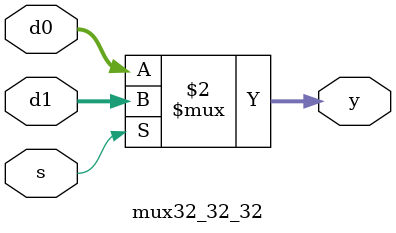
<source format=v>
/**************/
/* mux32_32_32.v */
/**************/

//           +----+
// d0[31:0]->|    |
// d1[31:0]->|    |->y[31:0]
//        s->|    |
//           +----+

module mux32_32_32 (d0, d1, s, y);  // Æþ½ÐÎÏ¥Ý¡¼¥È
  input  [31:0] d0;          // ÆþÎÏ 32-bit d0
  input  [31:0] d1;          // ÆþÎÏ 32-bit d1
  input          s;          // ÆþÎÏ 1-bit  s
  output [31:0]  y;          // ½ÐÎÏ 32-bit  y

  // Multiplexer body
  // if (s == 0) y = d0; else y = d1;
  // ½ÐÎÏ¥Ý¡¼¥È¤ËÂÐ¤¹¤ëÂåÆþ¤Ï assign Ê¸¤Ç¹Ô¤¦
  assign y = (s == 1'b0) ? d0 : d1;
endmodule
</source>
